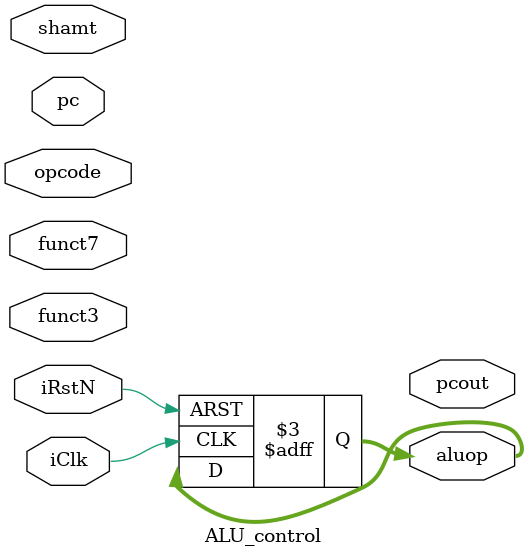
<source format=v>
module ALU_control(
    input iClk,
    input iRstN, 
    input [7:0] pc,
    input [6:0] opcode,
    input [2:0] funct3,
    input [6:0] funct7,
    input [4:0] shamt,
    output [2:0] aluop,
    output [7:0] pcout
    );
    
    always@(posedge iClk or negedge iRstN) begin
        if(!iRstN) begin
            aluop <= 0;
        end else begin 
            case(funct3)
                
            
            endcase
        end
    
    end
endmodule

</source>
